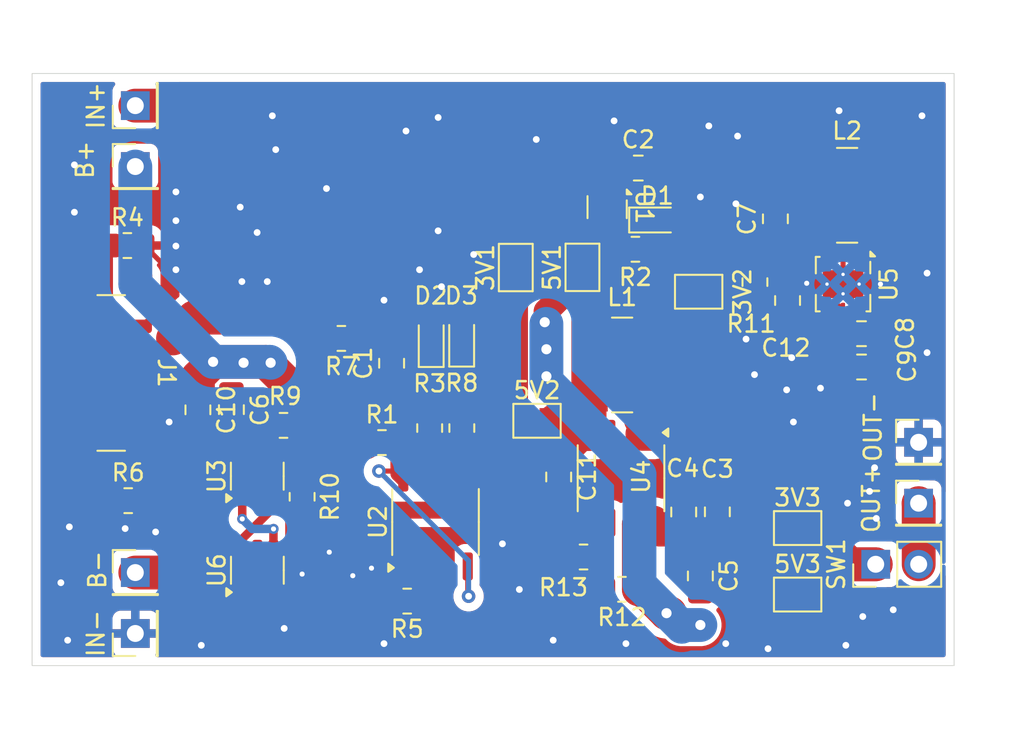
<source format=kicad_pcb>
(kicad_pcb (version 20241229) (generator "pcbnew") (generator_version "9.0")
  (layers (0 "F.Cu" signal) (2 "B.Cu" signal) (13 "F.Paste" user) (15 "B.Paste" user) (5 "F.SilkS" user "F.Silkscreen") (7 "B.SilkS" user "B.Silkscreen") (1 "F.Mask" user) (3 "B.Mask" user) (25 "Edge.Cuts" user))
  (net 0 "")
  (net 1 "VBAT")
  (net 2 "Net-(3V1-B)")
  (net 3 "Net-(3V2-A)")
  (net 4 "MUXOUT")
  (net 5 "3.3VOUT")
  (net 6 "Net-(3V3-B)")
  (net 7 "5VOUT")
  (net 8 "Net-(5V2-B)")
  (net 9 "Net-(B-1-Pin_1)")
  (net 10 "VCRG")
  (net 11 "GND")
  (net 12 "Net-(U3-VCC)")
  (net 13 "Net-(U5-EN)")
  (net 14 "Net-(D1-K)")
  (net 15 "Net-(D1-A)")
  (net 16 "Net-(D2-K)")
  (net 17 "Net-(D3-K)")
  (net 18 "VBUS")
  (net 20 "Net-(J1-CC1)")
  (net 21 "Net-(J1-CC2)")
  (net 25 "Net-(L1-Pad2)")
  (net 26 "Net-(U5-L1)")
  (net 27 "Net-(U5-L2)")
  (net 28 "Net-(OUT+1-Pin_1)")
  (net 29 "Net-(U2-~{CHRG})")
  (net 30 "Net-(U2-PROG)")
  (net 31 "Net-(U2-~{STDBY})")
  (net 32 "Net-(U3-CS)")
  (net 33 "Net-(U4-FB)")
  (net 34 "Net-(U3-OD)")
  (net 36 "Net-(U3-OC)")
  (net 37 "Net-(U6-D1)")
  (footprint "Resistor_SMD:R_0805_2012Metric_Pad1.20x1.40mm_HandSolder" (layer "F.Cu") (at 80.08 131.3175)
    (property "Reference" "R1")
    (property "Value" "0.4Ω")
  )
  (footprint "Package_SO:SOP-8_3.9x4.9mm_P1.27mm" (layer "F.Cu") (at 83.245 136.0125 90)
    (property "Reference" "U2")
    (property "Value" "~")
  )
  (footprint "Resistor_SMD:R_0805_2012Metric_Pad1.20x1.40mm_HandSolder" (layer "F.Cu") (at 94.265 139.99 180)
    (property "Reference" "R12")
    (property "Value" "300kΩ")
  )
  (footprint "Resistor_SMD:R_0805_2012Metric_Pad1.20x1.40mm_HandSolder" (layer "F.Cu") (at 77.68 125.16 180)
    (property "Reference" "R7")
    (property "Value" "10kΩ")
  )
  (footprint "Connector_PinHeader_2.54mm:PinHeader_1x01_P2.54mm_Vertical" (layer "F.Cu") (at 65.5 111.4 90)
    (property "Reference" "IN+")
    (property "Value" "Conn_01x01_Pin")
  )
  (footprint "Package_SON:Texas_DRC0010J_ThermalVias" (layer "F.Cu") (at 107.335 121.95 -90)
    (property "Reference" "U5")
    (property "Value" "TPS63001")
  )
  (footprint "Resistor_SMD:R_0805_2012Metric_Pad1.20x1.40mm_HandSolder" (layer "F.Cu") (at 102.125 121.83 90)
    (property "Reference" "R11")
    (property "Value" "100")
  )
  (footprint "Capacitor_SMD:C_0805_2012Metric_Pad1.18x1.45mm_HandSolder" (layer "F.Cu") (at 103.335 118.09 90)
    (property "Reference" "C7")
    (property "Value" "10uF")
  )
  (footprint "Resistor_SMD:R_0805_2012Metric_Pad1.20x1.40mm_HandSolder" (layer "F.Cu") (at 74.26 130.3 180)
    (property "Reference" "R9")
    (property "Value" "470Ω")
  )
  (footprint "Resistor_SMD:R_0805_2012Metric_Pad1.20x1.40mm_HandSolder" (layer "F.Cu") (at 81.57 140.6875 180)
    (property "Reference" "R5")
    (property "Value" "1.33kΩ")
  )
  (footprint "Connector_PinHeader_2.54mm:PinHeader_1x01_P2.54mm_Vertical" (layer "F.Cu") (at 111.8 134.9)
    (property "Reference" "OUT+")
    (property "Value" "Conn_01x01_Pin")
  )
  (footprint "Capacitor_SMD:C_0805_2012Metric_Pad1.18x1.45mm_HandSolder" (layer "F.Cu") (at 104.055 122.92 90)
    (property "Reference" "C12")
    (property "Value" "0.1uF")
  )
  (footprint "Connector_PinHeader_2.54mm:PinHeader_1x01_P2.54mm_Vertical" (layer "F.Cu") (at 65.5 142.6 90)
    (property "Reference" "IN-")
    (property "Value" "Conn_01x01_Pin")
  )
  (footprint "Package_TO_SOT_SMD:SOT-583-8" (layer "F.Cu") (at 93.39 117.4 -90)
    (property "Reference" "U1")
    (property "Value" "TPS2116DRL")
  )
  (footprint "Connector_USB:USB_C_Receptacle_GCT_USB4135-GF-A_6P_TopMnt_Horizontal" (layer "F.Cu") (at 62.85 127.2 -90)
    (property "Reference" "J1")
    (property "Value" "USB_C_Receptacle_PowerOnly_24P")
  )
  (footprint "Inductor_SMD:L_TracoPower_TCK-047_5.2x5.8mm" (layer "F.Cu") (at 107.575 116.7 180)
    (property "Reference" "L2")
    (property "Value" "2.2uH")
  )
  (footprint "Connector_PinHeader_2.54mm:PinHeader_1x01_P2.54mm_Vertical" (layer "F.Cu") (at 65.5 139)
    (property "Reference" "B-")
    (property "Value" "Conn_01x01_Pin")
  )
  (footprint "Package_TO_SOT_SMD:SOT-23-6" (layer "F.Cu") (at 72.71 133.3025 90)
    (property "Reference" "U3")
    (property "Value" "DW01A")
  )
  (footprint "Capacitor_SMD:C_0805_2012Metric_Pad1.18x1.45mm_HandSolder" (layer "F.Cu") (at 99.905 135.41 90)
    (property "Reference" "C3")
    (property "Value" "10uF")
  )
  (footprint "Capacitor_SMD:C_0805_2012Metric_Pad1.18x1.45mm_HandSolder" (layer "F.Cu") (at 108.4275 126.85 180)
    (property "Reference" "C9")
    (property "Value" "10uF")
  )
  (footprint "Capacitor_SMD:C_0805_2012Metric_Pad1.18x1.45mm_HandSolder" (layer "F.Cu") (at 95.23 115.09)
    (property "Reference" "C2")
    (property "Value" "10uF")
  )
  (footprint "LED_SMD:LED_0603_1608Metric_Pad1.05x0.95mm_HandSolder" (layer "F.Cu") (at 96.3525 118.16)
    (property "Reference" "D1")
    (property "Value" "GLED")
  )
  (footprint "Capacitor_SMD:C_0805_2012Metric_Pad1.18x1.45mm_HandSolder" (layer "F.Cu") (at 80.65 126.6275 90)
    (property "Reference" "C1")
    (property "Value" "10uF")
  )
  (footprint "LED_SMD:LED_0603_1608Metric_Pad1.05x0.95mm_HandSolder" (layer "F.Cu") (at 84.79 125.165 90)
    (property "Reference" "D3")
    (property "Value" "GLED")
  )
  (footprint "Jumper:SolderJumper-2_P1.3mm_Open_Pad1.0x1.5mm" (layer "F.Cu") (at 104.65 136.37)
    (property "Reference" "3V3")
    (property "Value" "Jumper_2_Open")
  )
  (footprint "Resistor_SMD:R_0805_2012Metric_Pad1.20x1.40mm_HandSolder" (layer "F.Cu") (at 65.03 119.67)
    (property "Reference" "R4")
    (property "Value" "5.1kΩ")
  )
  (footprint "Capacitor_SMD:C_0805_2012Metric_Pad1.18x1.45mm_HandSolder" (layer "F.Cu") (at 69.2 129.38 -90)
    (property "Reference" "C10")
    (property "Value" "10uF")
  )
  (footprint "Capacitor_SMD:C_0805_2012Metric_Pad1.18x1.45mm_HandSolder" (layer "F.Cu") (at 90.525 133.35 -90)
    (property "Reference" "C11")
    (property "Value" "22uF")
  )
  (footprint "Resistor_SMD:R_0805_2012Metric_Pad1.20x1.40mm_HandSolder" (layer "F.Cu") (at 95.06 119.89 180)
    (property "Reference" "R2")
    (property "Value" "1kΩ")
  )
  (footprint "Capacitor_SMD:C_0805_2012Metric_Pad1.18x1.45mm_HandSolder" (layer "F.Cu") (at 97.915 135.42 90)
    (property "Reference" "C4")
    (property "Value" "10uF")
  )
  (footprint "Resistor_SMD:R_0805_2012Metric_Pad1.20x1.40mm_HandSolder" (layer "F.Cu") (at 65.08 134.75)
    (property "Reference" "R6")
    (property "Value" "5.1kΩ")
  )
  (footprint "LED_SMD:LED_0603_1608Metric_Pad1.05x0.95mm_HandSolder" (layer "F.Cu") (at 82.99 125.1875 90)
    (property "Reference" "D2")
    (property "Value" "RLED")
  )
  (footprint "Connector_PinHeader_2.54mm:PinHeader_1x01_P2.54mm_Vertical" (layer "F.Cu") (at 111.8 131.3)
    (property "Reference" "OUT-")
    (property "Value" "Conn_01x01_Pin")
  )
  (footprint "Jumper:SolderJumper-2_P1.3mm_Open_Pad1.0x1.5mm" (layer "F.Cu") (at 89.245 130.03)
    (property "Reference" "5V2")
    (property "Value" "Jumper_2_Open")
  )
  (footprint "Resistor_SMD:R_0805_2012Metric_Pad1.20x1.40mm_HandSolder" (layer "F.Cu") (at 84.8 130.4575 -90)
    (property "Reference" "R8")
    (property "Value" "1kΩ")
  )
  (footprint "Connector_PinHeader_2.54mm:PinHeader_1x02_P2.54mm_Vertical" (layer "F.Cu") (at 109.265 138.51 90)
    (property "Reference" "SW1")
    (property "Value" "SW_DIP_x01")
  )
  (footprint "Jumper:SolderJumper-2_P1.3mm_Open_Pad1.0x1.5mm" (layer "F.Cu") (at 87.99 120.97 90)
    (property "Reference" "3V1")
    (property "Value" "Jumper_2_Open")
  )
  (footprint "Connector_PinHeader_2.54mm:PinHeader_1x01_P2.54mm_Vertical" (layer "F.Cu") (at 65.5 115)
    (property "Reference" "B+")
    (property "Value" "Conn_01x01_Pin")
  )
  (footprint "Package_SO:SOP-8_3.9x4.9mm_P1.27mm" (layer "F.Cu") (at 94.21 133.425 -90)
    (property "Reference" "U4")
    (property "Value" "~")
  )
  (footprint "Jumper:SolderJumper-2_P1.3mm_Open_Pad1.0x1.5mm" (layer "F.Cu") (at 98.8 122.4 180)
    (property "Reference" "3V2")
    (property "Value" "Jumper_2_Open")
  )
  (footprint "Capacitor_SMD:C_0805_2012Metric_Pad1.18x1.45mm_HandSolder" (layer "F.Cu") (at 108.425 124.88 180)
    (property "Reference" "C8")
    (property "Value" "10uF")
  )
  (footprint "Resistor_SMD:R_0805_2012Metric_Pad1.20x1.40mm_HandSolder" (layer "F.Cu") (at 91.995 138.08)
    (property "Reference" "R13")
    (property "Value" "75kΩ")
  )
  (footprint "Inductor_SMD:L_TracoPower_TCK-047_5.2x5.8mm" (layer "F.Cu") (at 94.275 126.73)
    (property "Reference" "L1")
    (property "Value" "2.2uH")
  )
  (footprint "Capacitor_SMD:C_0805_2012Metric_Pad1.18x1.45mm_HandSolder" (layer "F.Cu") (at 98.9 139.2 -90)
    (property "Reference" "C5")
    (property "Value" "10uF")
  )
  (footprint "Resistor_SMD:R_0805_2012Metric_Pad1.20x1.40mm_HandSolder" (layer "F.Cu") (at 82.9 130.4575 -90)
    (property "Reference" "R3")
    (property "Value" "1kΩ")
  )
  (footprint "Jumper:SolderJumper-2_P1.3mm_Open_Pad1.0x1.5mm" (layer "F.Cu") (at 91.93 120.96 90)
    (property "Reference" "5V1")
    (property "Value" "Jumper_2_Open")
  )
  (footprint "Jumper:SolderJumper-2_P1.3mm_Open_Pad1.0x1.5mm" (layer "F.Cu") (at 104.65 140.3)
    (property "Reference" "5V3")
    (property "Value" "Jumper_2_Open")
  )
  (footprint "Package_TO_SOT_SMD:SOT-23-6" (layer "F.Cu") (at 72.715 138.8625 90)
    (property "Reference" "U6")
    (property "Value" "~")
  )
  (footprint "Capacitor_SMD:C_0805_2012Metric_Pad1.18x1.45mm_HandSolder" (layer "F.Cu") (at 71.18 129.37 -90)
    (property "Reference" "C6")
    (property "Value" "0.1uF")
  )
  (footprint "Resistor_SMD:R_0805_2012Metric_Pad1.20x1.40mm_HandSolder" (layer "F.Cu") (at 75.36 134.52 -90)
    (property "Reference" "R10")
    (property "Value" "2kΩ")
  )
  (gr_rect (start 59.4 109.5) (end 113.9 144.5) (stroke (width 0.05)) (fill no) (layer "Edge.Cuts"))
  (segment (start 69.2 127.44105) (end 70.09705 126.544) (width 2) (layer "F.Cu") (net 1))
  (segment (start 87.71 129.78) (end 87.71 122.88) (width 2) (layer "F.Cu") (net 1))
  (segment (start 70.09705 126.544) (end 73.214 126.544) (width 2) (layer "F.Cu") (net 1))
  (segment (start 76.9 131.87) (end 75.67 130.64) (width 1) (layer "F.Cu") (net 1))
  (segment (start 85.56 134.94) (end 88.12 132.38) (width 2) (layer "F.Cu") (net 1))
  (segment (start 85.15 133.3875) (end 85.15 134.95) (width 1) (layer "F.Cu") (net 1))
  (segment (start 73.214 126.544) (end 75.5 128.83) (width 2) (layer "F.Cu") (net 1))
  (segment (start 87.71 122.88) (end 87.92 122.67) (width 2) (layer "F.Cu") (net 1))
  (segment (start 80.21355 135.31) (end 76.9 131.99645) (width 1) (layer "F.Cu") (net 1))
  (segment (start 87.71 132.39) (end 87.71 129.78) (width 2) (layer "F.Cu") (net 1))
  (segment (start 69.2 128.3425) (end 69.2 127.44105) (width 2) (layer "F.Cu") (net 1))
  (segment (start 85.15 134.95) (end 84.79 135.31) (width 1) (layer "F.Cu") (net 1))
  (segment (start 76.9 131.99645) (end 76.9 131.87) (width 1) (layer "F.Cu") (net 1))
  (segment (start 84.79 135.31) (end 80.21355 135.31) (width 1) (layer "F.Cu") (net 1))
  (segment (start 75.67 130.64) (end 75.67 128.945) (width 1) (layer "F.Cu") (net 1))
  (via (at 70.09705 126.544) (size 1.2) (drill 0.6) (layers "F.Cu" "B.Cu") (net 1))
  (via (at 73.5 126.6) (size 1.2) (drill 0.6) (layers "F.Cu" "B.Cu") (net 1))
  (via (at 71.9 126.6) (size 1.2) (drill 0.6) (layers "F.Cu" "B.Cu") (net 1))
  (segment (start 65.5 121.94695) (end 70.09705 126.544) (width 2) (layer "B.Cu") (net 1))
  (segment (start 73.444 126.544) (end 73.5 126.6) (width 2) (layer "B.Cu") (net 1))
  (segment (start 65.5 115) (end 65.5 121.94695) (width 2) (layer "B.Cu") (net 1))
  (segment (start 70.09705 126.544) (end 73.444 126.544) (width 2) (layer "B.Cu") (net 1))
  (segment (start 91.92 120.32) (end 91.93 120.31) (width 1) (layer "F.Cu") (net 2))
  (segment (start 93.14 118.8) (end 91.93 120.01) (width 0.3) (layer "F.Cu") (net 2))
  (segment (start 87.99 120.32) (end 91.92 120.32) (width 1) (layer "F.Cu") (net 2))
  (segment (start 91.93 120.01) (end 91.93 120.31) (width 0.3) (layer "F.Cu") (net 2))
  (segment (start 93.14 118.14) (end 93.14 118.8) (width 0.3) (layer "F.Cu") (net 2))
  (segment (start 104.085 120.55) (end 106.234 120.55) (width 0.5) (layer "F.Cu") (net 3))
  (segment (start 103.335 119.8) (end 104.085 120.55) (width 1) (layer "F.Cu") (net 3))
  (segment (start 99.5 122.47) (end 99.5 121.53) (width 1) (layer "F.Cu") (net 3))
  (segment (start 99.9 120) (end 102.7 120) (width 2) (layer "F.Cu") (net 3))
  (segment (start 102.125 120.83) (end 102.405 120.55) (width 0.5) (layer "F.Cu") (net 3))
  (segment (start 99.94 120.89) (end 100.84 119.99) (width 1) (layer "F.Cu") (net 3))
  (segment (start 102.405 120.55) (end 104.085 120.55) (width 0.5) (layer "F.Cu") (net 3))
  (segment (start 99.5 121.53) (end 100.14 120.89) (width 1) (layer "F.Cu") (net 3))
  (segment (start 103.335 119.1275) (end 103.335 119.8) (width 1) (layer "F.Cu") (net 3))
  (segment (start 94.06 119.89) (end 94.06 120.98) (width 1) (layer "F.Cu") (net 4))
  (segment (start 93.64 116.66) (end 93.64 118.14) (width 0.3) (layer "F.Cu") (net 4))
  (segment (start 104 140.3) (end 103 140.3) (width 1) (layer "F.Cu") (net 4))
  (segment (start 93.64 119.47) (end 94.06 119.89) (width 0.3) (layer "F.Cu") (net 4))
  (segment (start 98.099 122.451) (end 98.099 122.4) (width 1) (layer "F.Cu") (net 4))
  (segment (start 93.64 116.66) (end 93.64 115.6425) (width 0.3) (layer "F.Cu") (net 4))
  (segment (start 98.15 124.35) (end 99.2 125.4) (width 1) (layer "F.Cu") (net 4))
  (segment (start 99.2 125.4) (end 99.2 128.8) (width 2) (layer "F.Cu") (net 4))
  (segment (start 94.06 120.98) (end 95.56 122.48) (width 1) (layer "F.Cu") (net 4))
  (segment (start 103 140.3) (end 102.2 139.5) (width 1) (layer "F.Cu") (net 4))
  (segment (start 95.56 122.48) (end 98.07 122.48) (width 1) (layer "F.Cu") (net 4))
  (segment (start 102.2 139.5) (end 101.9 139.2) (width 1) (layer "F.Cu") (net 4))
  (segment (start 98.15 122.4) (end 98.15 124.35) (width 1) (layer "F.Cu") (net 4))
  (segment (start 98.07 122.48) (end 98.099 122.451) (width 1) (layer "F.Cu") (net 4))
  (segment (start 93.64 118.14) (end 93.64 119.47) (width 0.3) (layer "F.Cu") (net 4))
  (segment (start 101.9 139.2) (end 101.9 132.1) (width 1) (layer "F.Cu") (net 4))
  (segment (start 99.2 128.8) (end 101.9 131.5) (width 2) (layer "F.Cu") (net 4))
  (segment (start 101.9 132.1) (end 101.9 131.5) (width 1) (layer "F.Cu") (net 4))
  (segment (start 93.64 115.6425) (end 94.1925 115.09) (width 0.3) (layer "F.Cu") (net 4))
  (segment (start 104 136.37) (end 104 133.9) (width 1) (layer "F.Cu") (net 5))
  (segment (start 108.436 120.55) (end 108.436 120.58) (width 0.5) (layer "F.Cu") (net 5))
  (segment (start 109.505 120.58) (end 110.295 121.37) (width 0.5) (layer "F.Cu") (net 5))
  (segment (start 109.515 123.35) (end 108.436 123.35) (width 0.5) (layer "F.Cu") (net 5))
  (segment (start 109.4625 124.88) (end 109.4625 126.8475) (width 1) (layer "F.Cu") (net 5))
  (segment (start 109.4625 123.9975) (end 109.285 123.82) (width 1) (layer "F.Cu") (net 5))
  (segment (start 105.8 132.4) (end 110.1 128.1) (width 2) (layer "F.Cu") (net 5))
  (segment (start 109.4625 126.8475) (end 109.465 126.85) (width 1) (layer "F.Cu") (net 5))
  (segment (start 108.436 120.58) (end 109.505 120.58) (width 0.5) (layer "F.Cu") (net 5))
  (segment (start 105.5 132.4) (end 105.8 132.4) (width 2) (layer "F.Cu") (net 5))
  (segment (start 110.295 121.37) (end 110.295 122.57) (width 0.5) (layer "F.Cu") (net 5))
  (segment (start 109.4625 124.88) (end 109.4625 123.9975) (width 1) (layer "F.Cu") (net 5))
  (segment (start 104 133.9) (end 105.5 132.4) (width 2) (layer "F.Cu") (net 5))
  (segment (start 110.295 122.57) (end 109.515 123.35) (width 0.5) (layer "F.Cu") (net 5))
  (segment (start 107.35 138.51) (end 105.81 140.05) (width 2) (layer "F.Cu") (net 6))
  (segment (start 109.265 138.51) (end 107.35 138.51) (width 2) (layer "F.Cu") (net 6))
  (segment (start 107.73 138.51) (end 105.83 136.61) (width 2) (layer "F.Cu") (net 6))
  (segment (start 109.265 138.51) (end 107.73 138.51) (width 2) (layer "F.Cu") (net 6))
  (segment (start 105.83 138.34) (end 105.93 138.44) (width 2) (layer "F.Cu") (net 6))
  (segment (start 105.83 136.61) (end 105.83 138.34) (width 2) (layer "F.Cu") (net 6))
  (segment (start 105.3 140.3) (end 105.3 136.42) (width 1) (layer "F.Cu") (net 6))
  (segment (start 90.853 122.5) (end 92.1 122.5) (width 1.5) (layer "F.Cu") (net 7))
  (segment (start 98.9 136.5575) (end 98.8 136.4575) (width 2) (layer "F.Cu") (net 7))
  (segment (start 95.265 136.13) (end 95.265 139.99) (width 2) (layer "F.Cu") (net 7))
  (segment (start 98.9 138.1625) (end 98.9 136.5575) (width 2) (layer "F.Cu") (net 7))
  (segment (start 95.49 139.99) (end 96.9 141.4) (width 2) (layer "F.Cu") (net 7))
  (segment (start 98.8 136.4575) (end 99.895 136.4575) (width 2) (layer "F.Cu") (net 7))
  (segment (start 96.115 136.05) (end 96.5225 136.4575) (width 2) (layer "F.Cu") (net 7))
  (segment (start 95.345 136.05) (end 95.265 136.13) (width 2) (layer "F.Cu") (net 7))
  (segment (start 99.895 136.4575) (end 99.905 136.4475) (width 2) (layer "F.Cu") (net 7))
  (segment (start 89.8 123.553) (end 90.853 122.5) (width 1.5) (layer "F.Cu") (net 7))
  (segment (start 96.115 136.05) (end 95.345 136.05) (width 2) (layer "F.Cu") (net 7))
  (segment (start 96.5225 136.4575) (end 97.915 136.4575) (width 2) (layer "F.Cu") (net 7))
  (segment (start 95.265 139.99) (end 95.49 139.99) (width 2) (layer "F.Cu") (net 7))
  (segment (start 89.8 127.4) (end 89.8 123.553) (width 1.5) (layer "F.Cu") (net 7))
  (segment (start 97.915 136.4575) (end 98.8 136.4575) (width 2) (layer "F.Cu") (net 7))
  (segment (start 97.8 142.1) (end 97.1 141.4) (width 1.5) (layer "F.Cu") (net 7))
  (segment (start 97.1 141.4) (end 96.9 141.4) (width 2) (layer "F.Cu") (net 7))
  (segment (start 98.9 142.1) (end 97.8 142.1) (width 1.5) (layer "F.Cu") (net 7))
  (via (at 89.7 124.2) (size 1.2) (drill 0.6) (layers "F.Cu" "B.Cu") (net 7))
  (via (at 98.9 142.1) (size 1.2) (drill 0.6) (layers "F.Cu" "B.Cu") (net 7))
  (via (at 89.8 125.8) (size 1.2) (drill 0.6) (layers "F.Cu" "B.Cu") (net 7))
  (via (at 96.9 141.4) (size 1.2) (drill 0.6) (layers "F.Cu" "B.Cu") (net 7))
  (via (at 89.8 127.4) (size 1.2) (drill 0.6) (layers "F.Cu" "B.Cu") (net 7))
  (segment (start 95.3 139.7) (end 97.8 142.2) (width 2) (layer "B.Cu") (net 7))
  (segment (start 95.3 139.7) (end 95.3 133.2) (width 2) (layer "B.Cu") (net 7))
  (segment (start 97.8 142.2) (end 97.9 142.1) (width 2) (layer "B.Cu") (net 7))
  (segment (start 97.9 142.1) (end 98.9 142.1) (width 2) (layer "B.Cu") (net 7))
  (segment (start 89.8 127.7) (end 89.8 124.3) (width 2) (layer "B.Cu") (net 7))
  (segment (start 95.3 133.2) (end 89.8 127.7) (width 2) (layer "B.Cu") (net 7))
  (segment (start 92.01125 130.58375) (end 90.49875 132.09625) (width 2) (layer "F.Cu") (net 8))
  (segment (start 91.535 130.03) (end 90.296 130.03) (width 2) (layer "F.Cu") (net 8))
  (segment (start 92.35 130.755) (end 92.305 130.8) (width 2) (layer "F.Cu") (net 8))
  (segment (start 92.305 130.8) (end 92.0375 130.8) (width 2) (layer "F.Cu") (net 8))
  (segment (start 92.305 130.8) (end 92.775 130.8) (width 2) (layer "F.Cu") (net 8))
  (segment (start 92.305 130.8) (end 91.535 130.03) (width 2) (layer "F.Cu") (net 8))
  (segment (start 92.35 126.73) (end 92.35 130.755) (width 2) (layer "F.Cu") (net 8))
  (segment (start 69.17 131.73) (end 69.04 131.6) (width 2) (layer "F.Cu") (net 9))
  (segment (start 65.5 139) (end 69.17 139) (width 2) (layer "F.Cu") (net 9))
  (segment (start 70.22 139) (end 70.9 139.68) (width 2) (layer "F.Cu") (net 9))
  (segment (start 69.17 133.87) (end 70.8 132.24) (width 2) (layer "F.Cu") (net 9))
  (segment (start 69.17 139) (end 70.22 139) (width 2) (layer "F.Cu") (net 9))
  (segment (start 69.17 139) (end 69.17 133.87) (width 2) (layer "F.Cu") (net 9))
  (segment (start 69.17 133.87) (end 69.17 131.73) (width 2) (layer "F.Cu") (net 9))
  (segment (start 70.8 131.65) (end 69.95 130.8) (width 2) (layer "F.Cu") (net 9))
  (segment (start 70.8 132.24) (end 70.8 131.65) (width 2) (layer "F.Cu") (net 9))
  (segment (start 81.08 127.815) (end 81.01 127.745) (width 1) (layer "F.Cu") (net 10))
  (segment (start 84.7675 124.3125) (end 84.79 124.29) (width 0.5) (layer "F.Cu") (net 10))
  (segment (start 81.08 132.6) (end 81.08 133.1275) (width 1) (layer "F.Cu") (net 10))
  (segment (start 85.15 138.6375) (end 85.15 140.35) (width 0.3) (layer "F.Cu") (net 10))
  (segment (start 81.08 131.3175) (end 81.08 127.815) (width 1) (layer "F.Cu") (net 10))
  (segment (start 81.08 133.1275) (end 81.34 133.3875) (width 1) (layer "F.Cu") (net 10))
  (segment (start 81.93 126.965) (end 81.08 127.815) (width 0.5) (layer "F.Cu") (net 10))
  (segment (start 81.93 125.3775) (end 81.93 126.965) (width 0.5) (layer "F.Cu") (net 10))
  (segment (start 81.08 131.3175) (end 81.08 132.6) (width 1) (layer "F.Cu") (net 10))
  (segment (start 85.15 140.35) (end 85.2 140.4) (width 0.3) (layer "F.Cu") (net 10))
  (segment (start 80.68 133) (end 81.08 132.6) (width 0.3) (layer "F.Cu") (net 10))
  (segment (start 82.99 124.3175) (end 81.93 125.3775) (width 0.5) (layer "F.Cu") (net 10))
  (segment (start 82.99 124.3125) (end 82.99 124.3175) (width 0.5) (layer "F.Cu") (net 10))
  (segment (start 82.99 124.3125) (end 84.7675 124.3125) (width 0.5) (layer "F.Cu") (net 10))
  (segment (start 79.9 133) (end 80.68 133) (width 0.3) (layer "F.Cu") (net 10))
  (via (at 85.2 140.4) (size 0.8) (drill 0.4) (layers "F.Cu" "B.Cu") (net 10))
  (via (at 79.9 133) (size 0.8) (drill 0.4) (layers "F.Cu" "B.Cu") (net 10))
  (segment (start 85.2 140.4) (end 85.2 138.3) (width 0.3) (layer "B.Cu") (net 10))
  (segment (start 85.2 138.3) (end 79.9 133) (width 0.3) (layer "B.Cu") (net 10))
  (segment (start 105.235 121.95) (end 105.185 121.9) (width 0.5) (layer "F.Cu") (net 11))
  (segment (start 83.88 137.39) (end 83.58 137.09) (width 1) (layer "F.Cu") (net 11))
  (segment (start 91.085 135.36) (end 91.085 135.32) (width 2) (layer "F.Cu") (net 11))
  (segment (start 95.77 116.71) (end 94.61 116.71) (width 1) (layer "F.Cu") (net 11))
  (segment (start 79.15 138.74) (end 79.46 138.74) (width 2) (layer "F.Cu") (net 11))
  (segment (start 78.53 139.36) (end 79.15 138.74) (width 2) (layer "F.Cu") (net 11))
  (segment (start 83.88 138.6375) (end 83.88 137.39) (width 1) (layer "F.Cu") (net 11))
  (segment (start 67.2 131.2675) (end 67.2 133.73) (width 0.3) (layer "F.Cu") (net 11))
  (segment (start 78.53 139.36) (end 79.6 140.43) (width 2) (layer "F.Cu") (net 11))
  (segment (start 80.22 125.16) (end 80.65 125.59) (width 1) (layer "F.Cu") (net 11))
  (segment (start 92.875 133.53) (end 99.645 133.53) (width 2) (layer "F.Cu") (net 11))
  (segment (start 96.2675 115.09) (end 101.3725 115.09) (width 1) (layer "F.Cu") (net 11))
  (segment (start 78.68 125.16) (end 80.22 125.16) (width 1) (layer "F.Cu") (net 11))
  (segment (start 76.52 137.35) (end 76.965 137.795) (width 2) (layer "F.Cu") (net 11))
  (segment (start 76.52 135.52) (end 76.52 137.35) (width 2) (layer "F.Cu") (net 11))
  (segment (start 67.14 123.1925) (end 67.14 120.78) (width 0.3) (layer "F.Cu") (net 11))
  (segment (start 66.18 134.75) (end 66.08 134.75) (width 0.3) (layer "F.Cu") (net 11))
  (segment (start 83.58 137.09) (end 81.33 137.09) (width 1) (layer "F.Cu") (net 11))
  (segment (start 107.835 124.04) (end 107.3875 124.4875) (width 0.3) (layer "F.Cu") (net 11))
  (segment (start 107.835 122.45) (end 107.335 121.95) (width 0.3) (layer "F.Cu") (net 11))
  (segment (start 105.1675 121.8825) (end 105.185 121.9) (width 0.5) (layer "F.Cu") (net 11))
  (segment (start 92.455 133.95) (end 92.875 133.53) (width 2) (layer "F.Cu") (net 11))
  (segment (start 104.055 121.8825) (end 105.1675 121.8825) (width 0.5) (layer "F.Cu") (net 11))
  (segment (start 90.26875 137.74625) (end 91.78125 136.23375) (width 2) (layer "F.Cu") (net 11))
  (segment (start 96.2675 115.09) (end 96.2675 116.2125) (width 1) (layer "F.Cu") (net 11))
  (segment (start 106.385 121.95) (end 105.235 121.95) (width 0.5) (layer "F.Cu") (net 11))
  (segment (start 67.2 133.73) (end 66.18 134.75) (width 0.3) (layer "F.Cu") (net 11))
  (segment (start 91.085 135.32) (end 92.455 133.95) (width 2) (layer "F.Cu") (net 11))
  (segment (start 107.835 123.35) (end 107.835 122.45) (width 0.3) (layer "F.Cu") (net 11))
  (segment (start 95.95 116.53) (end 95.77 116.71) (width 1) (layer "F.Cu") (net 11))
  (segment (start 96.2675 116.2125) (end 95.95 116.53) (width 1) (layer "F.Cu") (net 11))
  (segment (start 90.33875 134.61375) (end 91.085 135.36) (width 2) (layer "F.Cu") (net 11))
  (segment (start 107.335 120.55) (end 107.335 121.375) (width 0.3) (layer "F.Cu") (net 11))
  (segment (start 65.8825 124.45) (end 67.14 123.1925) (width 0.3) (layer "F.Cu") (net 11))
  (segment (start 91.085 135.36) (end 91.85125 136.12625) (width 2) (layer "F.Cu") (net 11))
  (segment (start 107.3875 124.4875) (end 107.3875 124.88) (width 0.3) (layer "F.Cu") (net 11))
  (segment (start 67.14 120.78) (end 66.03 119.67) (width 0.3) (layer "F.Cu") (net 11))
  (segment (start 81.33 137.09) (end 80.8 137.62) (width 1) (layer "F.Cu") (net 11))
  (segment (start 75.36 139.09) (end 74.66 139.79) (width 2) (layer "F.Cu") (net 11))
  (segment (start 107.835 123.35) (end 107.835 124.04) (width 0.3) (layer "F.Cu") (net 11))
  (segment (start 76.965 137.795) (end 78.355 139.185) (width 2) (layer "F.Cu") (net 11))
  (segment (start 78.355 139.185) (end 78.53 139.36) (width 2) (layer "F.Cu") (net 11))
  (segment (start 79.46 138.74) (end 80.47 138.74) (width 2) (layer "F.Cu") (net 11))
  (segment (start 75.36 135.52) (end 75.36 139.09) (width 2) (layer "F.Cu") (net 11))
  (segment (start 75.36 135.52) (end 76.52 135.52) (width 2) (layer "F.Cu") (net 11))
  (segment (start 108.285 121.95) (end 109.545 121.95) (width 0.5) (layer "F.Cu") (net 11))
  (segment (start 65.8825 129.95) (end 67.2 131.2675) (width 0.3) (layer "F.Cu") (net 11))
  (segment (start 101.3725 115.09) (end 103.335 117.0525) (width 1) (layer "F.Cu") (net 11))
  (via (at 82.3 121.1) (size 0.8) (drill 0.4) (layers "F.Cu" "B.Cu") (net 11))
  (via (at 102.1 127.3) (size 0.8) (drill 0.4) (layers "F.Cu" "B.Cu") (net 11))
  (via (at 99.4 112.6) (size 0.8) (drill 0.4) (layers "F.Cu" "B.Cu") (net 11))
  (via (at 73.8 114) (size 0.8) (drill 0.4) (layers "F.Cu" "B.Cu") (net 11))
  (via (at 87.2 137.3) (size 0.8) (drill 0.4) (layers "F.Cu" "B.Cu") (net 11))
  (via (at 107.5 143.3) (size 0.8) (drill 0.4) (layers "F.Cu" "B.Cu") (net 11))
  (via (at 75.36 139.09) (size 0.6) (drill 0.3) (layers "F.Cu" "B.Cu") (net 11))
  (via (at 61.1 139.6) (size 0.8) (drill 0.4) (layers "F.Cu" "B.Cu") (net 11))
  (via (at 101.1 113.2) (size 0.8) (drill 0.4) (layers "F.Cu" "B.Cu") (net 11))
  (via (at 83.4 112.1) (size 0.8) (drill 0.4) (layers "F.Cu" "B.Cu") (net 11))
  (via (at 71.7 117.4) (size 0.8) (drill 0.4) (layers "F.Cu" "B.Cu") (net 11))
  (via (at 104 128.2) (size 0.8) (drill 0.4) (layers "F.Cu" "B.Cu") (net 11))
  (via (at 90.2 143) (size 0.8) (drill 0.4) (layers "F.Cu" "B.Cu") (net 11))
  (via (at 109.3 135.8) (size 0.8) (drill 0.4) (layers "F.Cu" "B.Cu") (net 11))
  (via (at 81.5 112.9) (size 0.8) (drill 0.4) (layers "F.Cu" "B.Cu") (net 11))
  (via (at 80.2 143.2) (size 0.8) (drill 0.4) (layers "F.Cu" "B.Cu") (net 11))
  (via (at 85.5 120.2) (size 0.8) (drill 0.4) (layers "F.Cu" "B.Cu") (net 11))
  (via (at 108.5 141.6) (size 0.8) (drill 0.4) (layers "F.Cu" "B.Cu") (net 11))
  (via (at 106 128.1) (size 0.8) (drill 0.4) (layers "F.Cu" "B.Cu") (net 11))
  (via (at 73.3 121.8) (size 0.8) (drill 0.4) (layers "F.Cu" "B.Cu") (net 11))
  (via (at 109.2 132.8) (size 0.8) (drill 0.4) (layers "F.Cu" "B.Cu") (net 11))
  (via (at 61.5 143) (size 0.8) (drill 0.4) (layers "F.Cu" "B.Cu") (net 11))
  (via (at 104.4 130.1) (size 0.8) (drill 0.4) (layers "F.Cu" "B.Cu") (net 11))
  (via (at 67.9 121.1) (size 0.8) (drill 0.4) (layers "F.Cu" "B.Cu") (net 11))
  (via (at 67.5 130.1) (size 0.8) (drill 0.4) (layers "F.Cu" "B.Cu") (net 11))
  (via (at 66.7 136.6) (size 0.8) (drill 0.4) (layers "F.Cu" "B.Cu") (net 11))
  (via (at 76.965 137.795) (size 0.6) (drill 0.3) (layers "F.Cu" "B.Cu") (net 11))
  (via (at 98.9 116.8) (size 0.8) (drill 0.4) (layers "F.Cu" "B.Cu") (net 11))
  (via (at 112 112) (size 0.8) (drill 0.4) (layers "F.Cu" "B.Cu") (net 11))
  (via (at 79.46 138.74) (size 0.6) (drill 0.3) (layers "F.Cu" "B.Cu") (net 11))
  (via (at 67.9 118.2) (size 0.8) (drill 0.4) (layers "F.Cu" "B.Cu") (net 11))
  (via (at 76.8 116.3) (size 0.8) (drill 0.4) (layers "F.Cu" "B.Cu") (net 11))
  (via (at 108.9 134.2) (size 0.8) (drill 0.4) (layers "F.Cu" "B.Cu") (net 11))
  (via (at 74.3 142.3) (size 0.8) (drill 0.4) (layers "F.Cu" "B.Cu") (net 11))
  (via (at 71.8 121.8) (size 0.8) (drill 0.4) (layers "F.Cu" "B.Cu") (net 11))
  (via (at 109.545 121.95) (size 0.6) (drill 0.3) (layers "F.Cu" "B.Cu") (net 11))
  (via (at 112.3 126) (size 0.8) (drill 0.4) (layers "F.Cu" "B.Cu") (net 11))
  (via (at 110.3 141.2) (size 0.8) (drill 0.4) (layers "F.Cu" "B.Cu") (net 11))
  (via (at 69.4 143.3) (size 0.8) (drill 0.4) (layers "F.Cu" "B.Cu") (net 11))
  (via (at 93.8 112.3) (size 0.8) (drill 0.4) (layers "F.Cu" "B.Cu") (net 11))
  (via (at 64.9 136.4) (size 0.8) (drill 0.4) (layers "F.Cu" "B.Cu") (net 11))
  (via (at 61.6 136.3) (size 0.8) (drill 0.4) (layers "F.Cu" "B.Cu") (net 11))
  (via (at 67.9 119.7) (size 0.8) (drill 0.4) (layers "F.Cu" "B.Cu") (net 11))
  (via (at 94.5 143.2) (size 0.8) (drill 0.4) (layers "F.Cu" "B.Cu") (net 11))
  (via (at 101.6 125.2) (size 0.8) (drill 0.4) (layers "F.Cu" "B.Cu") (net 11))
  (via (at 107.6 134.9) (size 0.8) (drill 0.4) (layers "F.Cu" "B.Cu") (net 11))
  (via (at 80.2 122.9) (size 0.8) (drill 0.4) (layers "F.Cu" "B.Cu") (net 11))
  (via (at 112.3 121.3) (size 0.8) (drill 0.4) (layers "F.Cu" "B.Cu") (net 11))
  (via (at 104.3 126.3) (size 0.8) (drill 0.4) (layers "F.Cu" "B.Cu") (net 11))
  (via (at 89.2 113.4) (size 0.8) (drill 0.4) (layers "F.Cu" "B.Cu") (net 11))
  (via (at 61.9 114.9) (size 0.8) (drill 0.4) (layers "F.Cu" "B.Cu") (net 11))
  (via (at 78.355 139.185) (size 0.6) (drill 0.3) (layers "F.Cu" "B.Cu") (net 11))
  (via (at 67.9 116.5) (size 0.8) (drill 0.4) (layers "F.Cu" "B.Cu") (net 11))
  (via (at 73.6 112) (size 0.8) (drill 0.4) (layers "F.Cu" "B.Cu") (net 11))
  (via (at 83.4 118.8) (size 0.8) (drill 0.4) (layers "F.Cu" "B.Cu") (net 11))
  (via (at 72.7 118.9) (size 0.8) (drill 0.4) (layers "F.Cu" "B.Cu") (net 11))
  (via (at 100.4 143.2) (size 0.8) (drill 0.4) (layers "F.Cu" "B.Cu") (net 11))
  (via (at 105.185 121.9) (size 0.6) (drill 0.3) (layers "F.Cu" "B.Cu") (net 11))
  (via (at 88.2 140) (size 0.8) (drill 0.4) (layers "F.Cu" "B.Cu") (net 11))
  (via (at 107.1 111.7) (size 0.8) (drill 0.4) (layers "F.Cu" "B.Cu") (net 11))
  (via (at 101 117.2) (size 0.8) (drill 0.4) (layers "F.Cu" "B.Cu") (net 11))
  (via (at 102.9 143.5) (size 0.8) (drill 0.4) (layers "F.Cu" "B.Cu") (net 11))
  (via (at 61.9 117.7) (size 0.8) (drill 0.4) (layers "F.Cu" "B.Cu") (net 11))
  (via (at 83.6 122.1) (size 0.8) (drill 0.4) (layers "F.Cu" "B.Cu") (net 11))
  (segment (start 71.18 128.3325) (end 71.2925 128.3325) (width 1) (layer "F.Cu") (net 12))
  (segment (start 72.71 130.85) (end 73.26 130.3) (width 0.5) (layer "F.Cu") (net 12))
  (segment (start 72.71 132.165) (end 72.71 130.85) (width 0.5) (layer "F.Cu") (net 12))
  (segment (start 71.2925 128.3325) (end 73.26 130.3) (width 1) (layer "F.Cu") (net 12))
  (segment (start 102.645 123.35) (end 106.335 123.35) (width 0.5) (layer "F.Cu") (net 13))
  (segment (start 102.125 122.83) (end 102.645 123.35) (width 0.5) (layer "F.Cu") (net 13))
  (segment (start 106.335 123.35) (end 107.185 123.35) (width 0.5) (layer "F.Cu") (net 13))
  (segment (start 94.16 118.16) (end 94.14 118.14) (width 0.3) (layer "F.Cu") (net 14))
  (segment (start 95.4775 118.16) (end 94.16 118.16) (width 0.3) (layer "F.Cu") (net 14))
  (segment (start 97.2275 118.7225) (end 96.06 119.89) (width 0.4) (layer "F.Cu") (net 15))
  (segment (start 97.2275 118.16) (end 97.2275 118.7225) (width 0.4) (layer "F.Cu") (net 15))
  (segment (start 82.9 129.4575) (end 82.9 126.1525) (width 0.5) (layer "F.Cu") (net 16))
  (segment (start 82.9 126.1525) (end 82.99 126.0625) (width 0.5) (layer "F.Cu") (net 16))
  (segment (start 84.79 126.04) (end 84.79 129.4475) (width 0.5) (layer "F.Cu") (net 17))
  (segment (start 84.79 129.4475) (end 84.8 129.4575) (width 0.5) (layer "F.Cu") (net 17))
  (segment (start 67.1 111.4) (end 69.61 113.91) (width 2) (layer "F.Cu") (net 18))
  (segment (start 67.34 126.09) (end 66.93 125.68) (width 0.5) (layer "F.Cu") (net 18))
  (segment (start 68.96 123.93) (end 67.73 125.16) (width 2) (layer "F.Cu") (net 18))
  (segment (start 78.17 130.4075) (end 79.08 131.3175) (width 2) (layer "F.Cu") (net 18))
  (segment (start 75.57 124.79) (end 75.57 124.97) (width 2) (layer "F.Cu") (net 18))
  (segment (start 78.17 127.57) (end 78.17 130.4075) (width 2) (layer "F.Cu") (net 18))
  (segment (start 69.61 123.93) (end 68.96 123.93) (width 2) (layer "F.Cu") (net 18))
  (segment (start 65.5 111.4) (end 67.1 111.4) (width 2) (layer "F.Cu") (net 18))
  (segment (start 66.83 128.72) (end 67.34 128.21) (width 0.5) (layer "F.Cu") (net 18))
  (segment (start 92.789 116.66) (end 92.789 116.64) (width 1) (layer "F.Cu") (net 18))
  (segment (start 65.8825 128.72) (end 66.83 128.72) (width 0.5) (layer "F.Cu") (net 18))
  (segment (start 90.35 116.71) (end 91.19 117.55) (width 2) (layer "F.Cu") (net 18))
  (segment (start 66.93 125.68) (end 65.8825 125.68) (width 0.5) (layer "F.Cu") (net 18))
  (segment (start 81.93 116.71) (end 90.35 116.71) (width 2) (layer "F.Cu") (net 18))
  (segment (start 74.71 123.93) (end 69.61 123.93) (width 2) (layer "F.Cu") (net 18))
  (segment (start 92.26 117.169) (end 92.26 118.04) (width 1) (layer "F.Cu") (net 18))
  (segment (start 69.61 113.91) (end 69.61 123.93) (width 2) (layer "F.Cu") (net 18))
  (segment (start 74.71 123.93) (end 81.93 116.71) (width 2) (layer "F.Cu") (net 18))
  (segment (start 92.64 116.66) (end 92.789 116.66) (width 1) (layer "F.Cu") (net 18))
  (segment (start 67.34 128.21) (end 67.34 126.09) (width 0.5) (layer "F.Cu") (net 18))
  (segment (start 75.57 124.97) (end 78.17 127.57) (width 2) (layer "F.Cu") (net 18))
  (segment (start 74.71 123.93) (end 75.57 124.79) (width 2) (layer "F.Cu") (net 18))
  (segment (start 92.789 116.64) (end 92.26 117.169) (width 1) (layer "F.Cu") (net 18))
  (segment (start 65.2825 126.7) (end 64.03 125.4475) (width 0.3) (layer "F.Cu") (net 20))
  (segment (start 64.03 125.4475) (end 64.03 119.67) (width 0.3) (layer "F.Cu") (net 20))
  (segment (start 65.8825 126.7) (end 65.2825 126.7) (width 0.3) (layer "F.Cu") (net 20))
  (segment (start 65.2825 127.7) (end 64.08 128.9025) (width 0.3) (layer "F.Cu") (net 21))
  (segment (start 64.08 128.9025) (end 64.08 134.75) (width 0.3) (layer "F.Cu") (net 21))
  (segment (start 65.8825 127.7) (end 65.2825 127.7) (width 0.3) (layer "F.Cu") (net 21))
  (segment (start 96.115 130.8) (end 96.115 126.815) (width 2) (layer "F.Cu") (net 25))
  (segment (start 95.465 130.03) (end 95.38 129.945) (width 2) (layer "F.Cu") (net 25))
  (segment (start 96.115 130.8) (end 95.475 130.8) (width 2) (layer "F.Cu") (net 25))
  (segment (start 106.835 120.55) (end 106.835 117.885) (width 0.3) (layer "F.Cu") (net 26))
  (segment (start 106.835 117.885) (end 105.65 116.7) (width 0.3) (layer "F.Cu") (net 26))
  (segment (start 107.835 120.55) (end 107.835 118.365) (width 0.3) (layer "F.Cu") (net 27))
  (segment (start 107.835 118.365) (end 109.5 116.7) (width 0.3) (layer "F.Cu") (net 27))
  (segment (start 111.805 134.905) (end 111.8 134.9) (width 2) (layer "F.Cu") (net 28))
  (segment (start 111.805 138.51) (end 111.805 134.905) (width 2) (layer "F.Cu") (net 28))
  (segment (start 82.61 133.3875) (end 82.61 131.7475) (width 0.3) (layer "F.Cu") (net 29))
  (segment (start 82.61 131.7475) (end 82.9 131.4575) (width 0.3) (layer "F.Cu") (net 29))
  (segment (start 82.61 138.6375) (end 82.61 140.6475) (width 0.3) (layer "F.Cu") (net 30))
  (segment (start 82.61 140.6475) (end 82.57 140.6875) (width 0.3) (layer "F.Cu") (net 30))
  (segment (start 83.88 132.3775) (end 83.88 133.3875) (width 0.3) (layer "F.Cu") (net 31))
  (segment (start 84.8 131.4575) (end 83.88 132.3775) (width 0.3) (layer "F.Cu") (net 31))
  (segment (start 75.14 133.3) (end 75.36 133.52) (width 0.3) (layer "F.Cu") (net 32))
  (segment (start 72.71 134.44) (end 72.71 133.7) (width 0.3) (layer "F.Cu") (net 32))
  (segment (start 73.11 133.3) (end 75.14 133.3) (width 0.3) (layer "F.Cu") (net 32))
  (segment (start 72.71 133.7) (end 73.11 133.3) (width 0.3) (layer "F.Cu") (net 32))
  (segment (start 93.575 137.5) (end 92.995 138.08) (width 0.3) (layer "F.Cu") (net 33))
  (segment (start 92.995 138.08) (end 92.995 139.72) (width 0.3) (layer "F.Cu") (net 33))
  (segment (start 92.995 139.72) (end 93.265 139.99) (width 0.3) (layer "F.Cu") (net 33))
  (segment (start 93.575 136.05) (end 93.575 137.5) (width 0.3) (layer "F.Cu") (net 33))
  (segment (start 71.82 135.83) (end 71.82 134.5) (width 0.5) (layer "F.Cu") (net 34))
  (segment (start 73.665 137.725) (end 73.665 136.425) (width 0.5) (layer "F.Cu") (net 34))
  (segment (start 73.665 136.425) (end 73.67 136.42) (width 0.5) (layer "F.Cu") (net 34))
  (segment (start 71.82 134.5) (end 71.76 134.44) (width 0.5) (layer "F.Cu") (net 34))
  (via (at 73.67 136.42) (size 0.6) (drill 0.3) (layers "F.Cu" "B.Cu") (net 34))
  (via (at 71.82 135.83) (size 0.6) (drill 0.3) (layers "F.Cu" "B.Cu") (net 34))
  (segment (start 73.67 136.42) (end 72.41 136.42) (width 0.5) (layer "B.Cu") (net 34))
  (segment (start 72.41 136.42) (end 71.82 135.83) (width 0.5) (layer "B.Cu") (net 34))
  (segment (start 73.66 135.17) (end 73.66 134.44) (width 0.5) (layer "F.Cu") (net 36))
  (segment (start 71.765 137.725) (end 71.765 137.065) (width 0.5) (layer "F.Cu") (net 36))
  (segment (start 71.765 137.065) (end 73.66 135.17) (width 0.5) (layer "F.Cu") (net 36))
  (segment (start 72.715 137.725) (end 72.715 140) (width 0.5) (layer "F.Cu") (net 37))
  (zone (net 11) (net_name "GND") (layers "F.Cu" "B.Cu") (connect_pads (clearance 0.5)) (min_thickness 0.25) (fill yes (thermal_gap 0.5) (thermal_bridge_width 0.5))
    (polygon (pts (xy 59.4 109.5) (xy 113.9 109.5) (xy 113.9 144.5) (xy 59.4 144.5)))
  )
)
</source>
